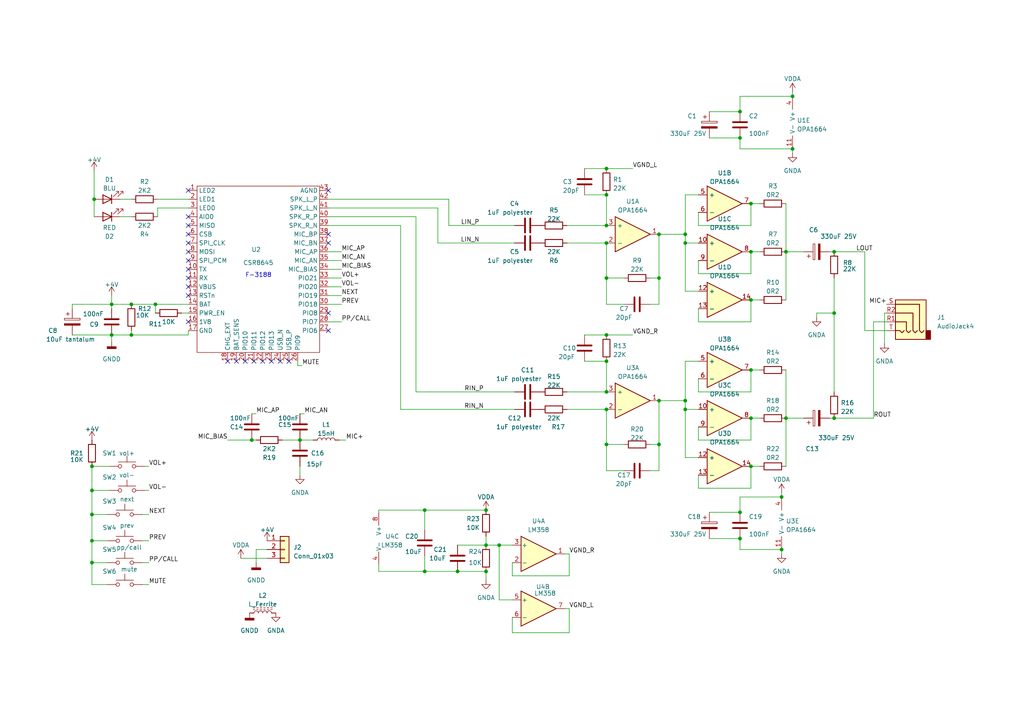
<source format=kicad_sch>
(kicad_sch (version 20220126) (generator eeschema)
  (paper "A4")
  (lib_symbols
    (symbol "00_hari:CSR8645"
      (property "Reference" "U" (at 0 0 0))
      (property "Value" "CSR8645" (at 0 2.54 0))
      (symbol "CSR8645_0_1"
        (rectangle (start -19.05 27.94) (end 16.51 -20.32))
      )
      (symbol "CSR8645_1_1"
        (pin input line (at -21.59 26.67 0) (length 2.54) (name "LED2") (number "1"))
        (pin input line (at -21.59 3.81 0) (length 2.54) (name "TX") (number "10"))
        (pin input line (at -21.59 1.27 0) (length 2.54) (name "RX") (number "11"))
        (pin input line (at -21.59 -1.27 0) (length 2.54) (name "VBUS") (number "12"))
        (pin input line (at -21.59 -3.81 0) (length 2.54) (name "RSTn") (number "13"))
        (pin input line (at -21.59 -6.35 0) (length 2.54) (name "BAT") (number "14"))
        (pin input line (at -21.59 -8.89 0) (length 2.54) (name "PWR_EN") (number "15"))
        (pin input line (at -21.59 -11.43 0) (length 2.54) (name "1V8") (number "16"))
        (pin input line (at -21.59 -13.97 0) (length 2.54) (name "GND") (number "17"))
        (pin input line (at -10.16 -22.86 90) (length 2.54) (name "CHG_EXT") (number "18"))
        (pin input line (at -7.62 -22.86 90) (length 2.54) (name "BAT_SENS") (number "19"))
        (pin input line (at -21.59 24.13 0) (length 2.54) (name "LED1") (number "2"))
        (pin input line (at -5.08 -22.86 90) (length 2.54) (name "PIO10") (number "20"))
        (pin input line (at -2.54 -22.86 90) (length 2.54) (name "PIO11") (number "21"))
        (pin input line (at 0 -22.86 90) (length 2.54) (name "PIO12") (number "22"))
        (pin input line (at 2.54 -22.86 90) (length 2.54) (name "PIO13") (number "23"))
        (pin input line (at 5.08 -22.86 90) (length 2.54) (name "USB_N") (number "24"))
        (pin input line (at 7.62 -22.86 90) (length 2.54) (name "USB_P") (number "25"))
        (pin input line (at 10.16 -22.86 90) (length 2.54) (name "PIO9") (number "26"))
        (pin input line (at 19.05 -13.97 180) (length 2.54) (name "PIO6") (number "27"))
        (pin input line (at 19.05 -11.43 180) (length 2.54) (name "PIO7") (number "28"))
        (pin input line (at 19.05 -8.89 180) (length 2.54) (name "PIO8") (number "29"))
        (pin input line (at -21.59 21.59 0) (length 2.54) (name "LED0") (number "3"))
        (pin input line (at 19.05 -6.35 180) (length 2.54) (name "PIO18") (number "30"))
        (pin input line (at 19.05 -3.81 180) (length 2.54) (name "PIO19") (number "31"))
        (pin input line (at 19.05 -1.27 180) (length 2.54) (name "PIO20") (number "32"))
        (pin input line (at 19.05 1.27 180) (length 2.54) (name "PIO21") (number "33"))
        (pin input line (at 19.05 3.81 180) (length 2.54) (name "MIC_BIAS") (number "34"))
        (pin input line (at 19.05 6.35 180) (length 2.54) (name "MIC_AN") (number "35"))
        (pin input line (at 19.05 8.89 180) (length 2.54) (name "MIC_AP") (number "36"))
        (pin input line (at 19.05 11.43 180) (length 2.54) (name "MIC_BN") (number "37"))
        (pin input line (at 19.05 13.97 180) (length 2.54) (name "MIC_BP") (number "38"))
        (pin input line (at 19.05 16.51 180) (length 2.54) (name "SPK_R_N") (number "39"))
        (pin input line (at -21.59 19.05 0) (length 2.54) (name "AIO0") (number "4"))
        (pin input line (at 19.05 19.05 180) (length 2.54) (name "SPK_R_P") (number "40"))
        (pin input line (at 19.05 21.59 180) (length 2.54) (name "SPK_L_N") (number "41"))
        (pin input line (at 19.05 24.13 180) (length 2.54) (name "SPK_L_P") (number "42"))
        (pin input line (at 19.05 26.67 180) (length 2.54) (name "AGND") (number "43"))
        (pin input line (at -21.59 16.51 0) (length 2.54) (name "MISO") (number "5"))
        (pin input line (at -21.59 13.97 0) (length 2.54) (name "CSB") (number "6"))
        (pin input line (at -21.59 11.43 0) (length 2.54) (name "SPI_CLK") (number "7"))
        (pin input line (at -21.59 8.89 0) (length 2.54) (name "MOSI") (number "8"))
        (pin input line (at -21.59 6.35 0) (length 2.54) (name "SPI_PCM") (number "9"))
      )
    )
    (symbol "00_hari:Conn_01x03" (pin_names (offset 1.016) hide)
      (property "Reference" "J" (at 0 5.08 0))
      (property "Value" "Conn_01x03" (at 0 -5.08 0))
      (symbol "Conn_01x03_1_1"
        (rectangle (start -1.27 -2.413) (end 0 -2.667) (stroke (width 0.1524)))
        (rectangle (start -1.27 0.127) (end 0 -0.127) (stroke (width 0.1524)))
        (rectangle (start -1.27 2.667) (end 0 2.413) (stroke (width 0.1524)))
        (rectangle (start -1.27 3.81) (end 1.27 -3.81) (stroke (width 0.254)) (fill (type background)))
        (pin passive line (at -5.08 2.54 0) (length 3.81) (name "Pin_1") (number "1"))
        (pin passive line (at -5.08 0 0) (length 3.81) (name "Pin_2") (number "2"))
        (pin passive line (at -5.08 -2.54 0) (length 3.81) (name "Pin_3") (number "3"))
      )
    )
    (symbol "00_hari:LED" (pin_numbers hide) (pin_names (offset 1.016) hide)
      (property "Reference" "D" (at 0 2.54 0))
      (property "Value" "LED" (at 0 -2.54 0))
      (symbol "LED_0_1"
        (polyline (pts (xy -1.27 -1.27) (xy -1.27 1.27)) (stroke (width 0.254)))
        (polyline (pts (xy -1.27 0) (xy 1.27 0)))
        (polyline (pts (xy 1.27 -1.27) (xy 1.27 1.27) (xy -1.27 0) (xy 1.27 -1.27)) (stroke (width 0.254)))
        (polyline (pts (xy -3.048 -0.762) (xy -4.572 -2.286) (xy -3.81 -2.286) (xy -4.572 -2.286) (xy -4.572 -1.524)))
        (polyline (pts (xy -1.778 -0.762) (xy -3.302 -2.286) (xy -2.54 -2.286) (xy -3.302 -2.286) (xy -3.302 -1.524)))
      )
      (symbol "LED_1_1"
        (pin passive line (at -3.81 0 0) (length 2.54) (name "K") (number "1"))
        (pin passive line (at 3.81 0 180) (length 2.54) (name "A") (number "2"))
      )
    )
    (symbol "Amplifier_Operational:LM358" (pin_names (offset 0.127))
      (property "Reference" "U" (at 0 5.08 0))
      (property "Value" "LM358" (at 0 -5.08 0))
      (symbol "LM358_1_1"
        (polyline (pts (xy -5.08 5.08) (xy 5.08 0) (xy -5.08 -5.08) (xy -5.08 5.08)) (stroke (width 0.254)) (fill (type background)))
        (pin output line (at 7.62 0 180) (length 2.54) (name "~") (number "1"))
        (pin input line (at -7.62 -2.54 0) (length 2.54) (name "-") (number "2"))
        (pin input line (at -7.62 2.54 0) (length 2.54) (name "+") (number "3"))
      )
      (symbol "LM358_2_1"
        (polyline (pts (xy -5.08 5.08) (xy 5.08 0) (xy -5.08 -5.08) (xy -5.08 5.08)) (stroke (width 0.254)) (fill (type background)))
        (pin input line (at -7.62 2.54 0) (length 2.54) (name "+") (number "5"))
        (pin input line (at -7.62 -2.54 0) (length 2.54) (name "-") (number "6"))
        (pin output line (at 7.62 0 180) (length 2.54) (name "~") (number "7"))
      )
      (symbol "LM358_3_1"
        (pin power_in line (at -2.54 -7.62 90) (length 3.81) (name "V-") (number "4"))
        (pin power_in line (at -2.54 7.62 270) (length 3.81) (name "V+") (number "8"))
      )
    )
    (symbol "Connector:AudioJack4"
      (property "Reference" "J" (at 0 8.89 0))
      (property "Value" "AudioJack4" (at 0 6.35 0))
      (symbol "AudioJack4_0_1"
        (rectangle (start -6.35 -5.08) (end -7.62 -7.62) (stroke (width 0.254)) (fill (type outline)))
        (polyline (pts (xy 0 -5.08) (xy 0.635 -5.715) (xy 1.27 -5.08) (xy 2.54 -5.08)) (stroke (width 0.254)))
        (polyline (pts (xy -5.715 -5.08) (xy -5.08 -5.715) (xy -4.445 -5.08) (xy -4.445 2.54) (xy 2.54 2.54)) (stroke (width 0.254)))
        (polyline (pts (xy -1.905 -5.08) (xy -1.27 -5.715) (xy -0.635 -5.08) (xy -0.635 -2.54) (xy 2.54 -2.54)) (stroke (width 0.254)))
        (polyline (pts (xy 2.54 0) (xy -2.54 0) (xy -2.54 -5.08) (xy -3.175 -5.715) (xy -3.81 -5.08)) (stroke (width 0.254)))
        (rectangle (start 2.54 3.81) (end -6.35 -7.62) (stroke (width 0.254)) (fill (type background)))
      )
      (symbol "AudioJack4_1_1"
        (pin passive line (at 5.08 -2.54 180) (length 2.54) (name "~") (number "R1"))
        (pin passive line (at 5.08 0 180) (length 2.54) (name "~") (number "R2"))
        (pin passive line (at 5.08 2.54 180) (length 2.54) (name "~") (number "S"))
        (pin passive line (at 5.08 -5.08 180) (length 2.54) (name "~") (number "T"))
      )
    )
    (symbol "Device:C" (pin_numbers hide) (pin_names (offset 0.254))
      (property "Reference" "C" (at 0.635 2.54 0))
      (property "Value" "C" (at 0.635 -2.54 0))
      (symbol "C_0_1"
        (polyline (pts (xy -2.032 -0.762) (xy 2.032 -0.762)) (stroke (width 0.508)))
        (polyline (pts (xy -2.032 0.762) (xy 2.032 0.762)) (stroke (width 0.508)))
      )
      (symbol "C_1_1"
        (pin passive line (at 0 3.81 270) (length 2.794) (name "~") (number "1"))
        (pin passive line (at 0 -3.81 90) (length 2.794) (name "~") (number "2"))
      )
    )
    (symbol "Device:C_Polarized" (pin_numbers hide) (pin_names (offset 0.254))
      (property "Reference" "C" (at 0.635 2.54 0))
      (property "Value" "C_Polarized" (at 0.635 -2.54 0))
      (symbol "C_Polarized_0_1"
        (rectangle (start -2.286 0.508) (end 2.286 1.016))
        (polyline (pts (xy -1.778 2.286) (xy -0.762 2.286)))
        (polyline (pts (xy -1.27 2.794) (xy -1.27 1.778)))
        (rectangle (start 2.286 -0.508) (end -2.286 -1.016) (fill (type outline)))
      )
      (symbol "C_Polarized_1_1"
        (pin passive line (at 0 3.81 270) (length 2.794) (name "~") (number "1"))
        (pin passive line (at 0 -3.81 90) (length 2.794) (name "~") (number "2"))
      )
    )
    (symbol "Device:L" (pin_numbers hide) (pin_names (offset 1.016) hide)
      (property "Reference" "L" (at -1.27 0 90))
      (property "Value" "L" (at 1.905 0 90))
      (symbol "L_0_1"
        (arc (start 0 -2.54) (mid 0.6323 -1.905) (end 0 -1.27))
        (arc (start 0 -1.27) (mid 0.6323 -0.635) (end 0 0))
        (arc (start 0 0) (mid 0.6323 0.635) (end 0 1.27))
        (arc (start 0 1.27) (mid 0.6323 1.905) (end 0 2.54))
      )
      (symbol "L_1_1"
        (pin passive line (at 0 3.81 270) (length 1.27) (name "1") (number "1"))
        (pin passive line (at 0 -3.81 90) (length 1.27) (name "2") (number "2"))
      )
    )
    (symbol "Device:L_Ferrite" (pin_numbers hide) (pin_names (offset 1.016) hide)
      (property "Reference" "L" (at -1.27 0 90))
      (property "Value" "L_Ferrite" (at 2.794 0 90))
      (symbol "L_Ferrite_0_1"
        (arc (start 0 -2.54) (mid 0.6323 -1.905) (end 0 -1.27))
        (arc (start 0 -1.27) (mid 0.6323 -0.635) (end 0 0))
        (polyline (pts (xy 1.016 -2.794) (xy 1.016 -2.286)))
        (polyline (pts (xy 1.016 -1.778) (xy 1.016 -1.27)))
        (polyline (pts (xy 1.016 -0.762) (xy 1.016 -0.254)))
        (polyline (pts (xy 1.016 0.254) (xy 1.016 0.762)))
        (polyline (pts (xy 1.016 1.27) (xy 1.016 1.778)))
        (polyline (pts (xy 1.016 2.286) (xy 1.016 2.794)))
        (polyline (pts (xy 1.524 -2.286) (xy 1.524 -2.794)))
        (polyline (pts (xy 1.524 -1.27) (xy 1.524 -1.778)))
        (polyline (pts (xy 1.524 -0.254) (xy 1.524 -0.762)))
        (polyline (pts (xy 1.524 0.762) (xy 1.524 0.254)))
        (polyline (pts (xy 1.524 1.778) (xy 1.524 1.27)))
        (polyline (pts (xy 1.524 2.794) (xy 1.524 2.286)))
        (arc (start 0 0) (mid 0.6323 0.635) (end 0 1.27))
        (arc (start 0 1.27) (mid 0.6323 1.905) (end 0 2.54))
      )
      (symbol "L_Ferrite_1_1"
        (pin passive line (at 0 3.81 270) (length 1.27) (name "1") (number "1"))
        (pin passive line (at 0 -3.81 90) (length 1.27) (name "2") (number "2"))
      )
    )
    (symbol "Device:Opamp_Quad"
      (property "Reference" "U" (at 0 5.08 0))
      (property "Value" "Opamp_Quad" (at 0 -5.08 0))
      (symbol "Opamp_Quad_1_1"
        (polyline (pts (xy -5.08 5.08) (xy 5.08 0) (xy -5.08 -5.08) (xy -5.08 5.08)) (stroke (width 0.254)) (fill (type background)))
        (pin output line (at 7.62 0 180) (length 2.54) (name "~") (number "1"))
        (pin input line (at -7.62 -2.54 0) (length 2.54) (name "-") (number "2"))
        (pin input line (at -7.62 2.54 0) (length 2.54) (name "+") (number "3"))
      )
      (symbol "Opamp_Quad_2_1"
        (polyline (pts (xy -5.08 5.08) (xy 5.08 0) (xy -5.08 -5.08) (xy -5.08 5.08)) (stroke (width 0.254)) (fill (type background)))
        (pin input line (at -7.62 2.54 0) (length 2.54) (name "+") (number "5"))
        (pin input line (at -7.62 -2.54 0) (length 2.54) (name "-") (number "6"))
        (pin output line (at 7.62 0 180) (length 2.54) (name "~") (number "7"))
      )
      (symbol "Opamp_Quad_3_1"
        (polyline (pts (xy -5.08 5.08) (xy 5.08 0) (xy -5.08 -5.08) (xy -5.08 5.08)) (stroke (width 0.254)) (fill (type background)))
        (pin input line (at -7.62 2.54 0) (length 2.54) (name "+") (number "10"))
        (pin output line (at 7.62 0 180) (length 2.54) (name "~") (number "8"))
        (pin input line (at -7.62 -2.54 0) (length 2.54) (name "-") (number "9"))
      )
      (symbol "Opamp_Quad_4_1"
        (polyline (pts (xy -5.08 5.08) (xy 5.08 0) (xy -5.08 -5.08) (xy -5.08 5.08)) (stroke (width 0.254)) (fill (type background)))
        (pin input line (at -7.62 2.54 0) (length 2.54) (name "+") (number "12"))
        (pin input line (at -7.62 -2.54 0) (length 2.54) (name "-") (number "13"))
        (pin output line (at 7.62 0 180) (length 2.54) (name "~") (number "14"))
      )
      (symbol "Opamp_Quad_5_1"
        (pin power_in line (at -2.54 -7.62 90) (length 3.81) (name "V-") (number "11"))
        (pin power_in line (at -2.54 7.62 270) (length 3.81) (name "V+") (number "4"))
      )
    )
    (symbol "Device:R" (pin_numbers hide) (pin_names (offset 0))
      (property "Reference" "R" (at 2.032 0 90))
      (property "Value" "R" (at 0 0 90))
      (symbol "R_0_1"
        (rectangle (start -1.016 -2.54) (end 1.016 2.54) (stroke (width 0.254)))
      )
      (symbol "R_1_1"
        (pin passive line (at 0 3.81 270) (length 1.27) (name "~") (number "1"))
        (pin passive line (at 0 -3.81 90) (length 1.27) (name "~") (number "2"))
      )
    )
    (symbol "Switch:SW_Push" (pin_numbers hide) (pin_names (offset 1.016) hide)
      (property "Reference" "SW" (at 1.27 2.54 0))
      (property "Value" "SW_Push" (at 0 -1.524 0))
      (symbol "SW_Push_0_1"
        (circle (center -2.032 0) (radius 0.508))
        (polyline (pts (xy 0 1.27) (xy 0 3.048)))
        (polyline (pts (xy 2.54 1.27) (xy -2.54 1.27)))
        (circle (center 2.032 0) (radius 0.508))
        (pin passive line (at -5.08 0 0) (length 2.54) (name "1") (number "1"))
        (pin passive line (at 5.08 0 180) (length 2.54) (name "2") (number "2"))
      )
    )
    (symbol "power:+4V" (power) (pin_names (offset 0))
      (property "Value" "+4V" (at 0 3.556 0))
      (symbol "+4V_0_1"
        (polyline (pts (xy -0.762 1.27) (xy 0 2.54)))
        (polyline (pts (xy 0 0) (xy 0 2.54)))
        (polyline (pts (xy 0 2.54) (xy 0.762 1.27)))
      )
      (symbol "+4V_1_1"
        (pin power_in line (at 0 0 90) (length 0) hide (name "+4V") (number "1"))
      )
    )
    (symbol "power:GNDA" (power) (pin_names (offset 0))
      (property "Value" "GNDA" (at 0 -3.81 0))
      (symbol "GNDA_0_1"
        (polyline (pts (xy 0 0) (xy 0 -1.27) (xy 1.27 -1.27) (xy 0 -2.54) (xy -1.27 -1.27) (xy 0 -1.27)))
      )
      (symbol "GNDA_1_1"
        (pin power_in line (at 0 0 270) (length 0) hide (name "GNDA") (number "1"))
      )
    )
    (symbol "power:GNDD" (power) (pin_names (offset 0))
      (property "Value" "GNDD" (at 0 -3.175 0))
      (symbol "GNDD_0_1"
        (rectangle (start -1.27 -1.524) (end 1.27 -2.032) (stroke (width 0.254)) (fill (type outline)))
        (polyline (pts (xy 0 0) (xy 0 -1.524)))
      )
      (symbol "GNDD_1_1"
        (pin power_in line (at 0 0 270) (length 0) hide (name "GNDD") (number "1"))
      )
    )
    (symbol "power:VDDA" (power) (pin_names (offset 0))
      (property "Value" "VDDA" (at 0 3.81 0))
      (symbol "VDDA_0_1"
        (polyline (pts (xy -0.762 1.27) (xy 0 2.54)))
        (polyline (pts (xy 0 0) (xy 0 2.54)))
        (polyline (pts (xy 0 2.54) (xy 0.762 1.27)))
      )
      (symbol "VDDA_1_1"
        (pin power_in line (at 0 0 90) (length 0) hide (name "VDDA") (number "1"))
      )
    )
  )
  (junction (at 140.97 147.955))
  (junction (at 26.67 163.195))
  (junction (at 175.895 70.485))
  (junction (at 198.755 118.745))
  (junction (at 217.805 121.285))
  (junction (at 227.965 121.285))
  (junction (at 217.805 73.025))
  (junction (at 191.135 116.205))
  (junction (at 175.895 48.895))
  (junction (at 86.995 127.635))
  (junction (at 123.19 147.955))
  (junction (at 32.385 88.265))
  (junction (at 241.935 90.805))
  (junction (at 227.965 73.025))
  (junction (at 191.135 67.945))
  (junction (at 26.67 135.255))
  (junction (at 27.305 57.785))
  (junction (at 73.025 127.635))
  (junction (at 217.805 59.055))
  (junction (at 175.895 113.665))
  (junction (at 175.895 118.745))
  (junction (at 38.1 97.155))
  (junction (at 175.895 80.645))
  (junction (at 198.755 67.945))
  (junction (at 175.895 128.905))
  (junction (at 26.67 156.845))
  (junction (at 241.935 73.025))
  (junction (at 226.695 159.385))
  (junction (at 32.385 97.155))
  (junction (at 123.19 165.735))
  (junction (at 217.805 135.255))
  (junction (at 175.895 97.155))
  (junction (at 214.63 40.005))
  (junction (at 198.755 70.485))
  (junction (at 140.97 158.115))
  (junction (at 26.67 142.24))
  (junction (at 214.63 148.59))
  (junction (at 175.895 65.405))
  (junction (at 144.78 158.115))
  (junction (at 175.895 56.515))
  (junction (at 217.805 86.995))
  (junction (at 229.87 27.94))
  (junction (at 214.63 156.21))
  (junction (at 214.63 32.385))
  (junction (at 191.135 80.645))
  (junction (at 198.755 116.205))
  (junction (at 229.87 43.18))
  (junction (at 45.085 88.265))
  (junction (at 132.715 165.735))
  (junction (at 217.805 107.315))
  (junction (at 26.67 149.225))
  (junction (at 226.695 144.145))
  (junction (at 38.1 88.265))
  (junction (at 140.97 165.735))
  (junction (at 191.135 128.905))
  (junction (at 241.935 121.285))
  (junction (at 175.895 104.775))
  (no_connect (at 54.61 93.345))
  (no_connect (at 54.61 55.245))
  (no_connect (at 95.25 55.245))
  (no_connect (at 54.61 65.405))
  (no_connect (at 54.61 67.945))
  (no_connect (at 54.61 70.485))
  (no_connect (at 54.61 73.025))
  (no_connect (at 54.61 75.565))
  (no_connect (at 54.61 78.105))
  (no_connect (at 54.61 80.645))
  (no_connect (at 54.61 83.185))
  (no_connect (at 54.61 85.725))
  (no_connect (at 54.61 62.865))
  (no_connect (at 66.04 104.775))
  (no_connect (at 68.58 104.775))
  (no_connect (at 95.25 67.945))
  (no_connect (at 95.25 70.485))
  (no_connect (at 95.25 95.885))
  (no_connect (at 95.25 90.805))
  (no_connect (at 71.12 104.775))
  (no_connect (at 73.66 104.775))
  (no_connect (at 83.82 104.775))
  (no_connect (at 78.74 104.775))
  (no_connect (at 81.28 104.775))
  (no_connect (at 76.2 104.775))
  (wire (pts (xy 127 70.485) (xy 149.225 70.485)))
  (wire (pts (xy 227.965 73.025) (xy 227.965 86.995)))
  (wire (pts (xy 45.72 60.325) (xy 54.61 60.325)))
  (wire (pts (xy 180.975 136.525) (xy 175.895 136.525)))
  (wire (pts (xy 148.59 179.07) (xy 148.59 183.515)))
  (wire (pts (xy 198.755 118.745) (xy 202.565 118.745)))
  (wire (pts (xy 148.59 183.515) (xy 165.1 183.515)))
  (wire (pts (xy 198.755 104.775) (xy 202.565 104.775)))
  (wire (pts (xy 52.705 90.805) (xy 54.61 90.805)))
  (wire (pts (xy 26.67 149.225) (xy 31.115 149.225)))
  (wire (pts (xy 191.135 116.205) (xy 198.755 116.205)))
  (wire (pts (xy 198.755 70.485) (xy 202.565 70.485)))
  (wire (pts (xy 191.135 136.525) (xy 191.135 128.905)))
  (wire (pts (xy 132.715 158.115) (xy 140.97 158.115)))
  (wire (pts (xy 180.975 88.265) (xy 175.895 88.265)))
  (wire (pts (xy 148.59 167.005) (xy 165.1 167.005)))
  (wire (pts (xy 256.54 90.805) (xy 257.175 90.805)))
  (wire (pts (xy 188.595 80.645) (xy 191.135 80.645)))
  (wire (pts (xy 120.65 113.665) (xy 149.225 113.665)))
  (wire (pts (xy 148.59 163.195) (xy 148.59 167.005)))
  (wire (pts (xy 202.565 61.595) (xy 202.565 65.405)))
  (wire (pts (xy 32.385 88.265) (xy 38.1 88.265)))
  (wire (pts (xy 26.67 135.255) (xy 31.75 135.255)))
  (wire (pts (xy 202.565 84.455) (xy 198.755 84.455)))
  (wire (pts (xy 132.715 165.735) (xy 140.97 165.735)))
  (wire (pts (xy 202.565 79.375) (xy 217.805 79.375)))
  (wire (pts (xy 250.825 73.025) (xy 250.825 95.885)))
  (wire (pts (xy 169.545 56.515) (xy 175.895 56.515)))
  (wire (pts (xy 66.04 127.635) (xy 73.025 127.635)))
  (wire (pts (xy 217.805 86.995) (xy 220.345 86.995)))
  (wire (pts (xy 202.565 132.715) (xy 198.755 132.715)))
  (wire (pts (xy 241.935 121.285) (xy 253.365 121.285)))
  (wire (pts (xy 240.665 121.285) (xy 241.935 121.285)))
  (wire (pts (xy 175.895 104.775) (xy 175.895 113.665)))
  (wire (pts (xy 144.78 158.115) (xy 148.59 158.115)))
  (wire (pts (xy 217.805 73.025) (xy 220.345 73.025)))
  (wire (pts (xy 99.06 78.105) (xy 95.25 78.105)))
  (wire (pts (xy 32.385 97.155) (xy 32.385 99.06)))
  (wire (pts (xy 229.87 27.94) (xy 214.63 27.94)))
  (wire (pts (xy 229.87 26.67) (xy 229.87 27.94)))
  (wire (pts (xy 202.565 75.565) (xy 202.565 79.375)))
  (wire (pts (xy 123.19 165.735) (xy 109.855 165.735)))
  (wire (pts (xy 148.59 173.99) (xy 144.78 173.99)))
  (wire (pts (xy 241.935 90.805) (xy 241.935 113.665)))
  (wire (pts (xy 127 60.325) (xy 127 70.485)))
  (wire (pts (xy 99.06 85.725) (xy 95.25 85.725)))
  (wire (pts (xy 165.1 160.655) (xy 165.1 167.005)))
  (wire (pts (xy 169.545 104.775) (xy 175.895 104.775)))
  (wire (pts (xy 95.25 57.785) (xy 130.175 57.785)))
  (wire (pts (xy 217.805 93.345) (xy 217.805 86.995)))
  (wire (pts (xy 99.06 93.345) (xy 95.25 93.345)))
  (wire (pts (xy 38.1 62.865) (xy 34.925 62.865)))
  (wire (pts (xy 32.385 97.155) (xy 38.1 97.155)))
  (wire (pts (xy 198.755 132.715) (xy 198.755 118.745)))
  (wire (pts (xy 43.18 169.545) (xy 41.275 169.545)))
  (wire (pts (xy 198.755 116.205) (xy 198.755 104.775)))
  (wire (pts (xy 88.265 120.015) (xy 86.995 120.015)))
  (wire (pts (xy 217.805 135.255) (xy 220.345 135.255)))
  (wire (pts (xy 26.67 142.24) (xy 26.67 135.255)))
  (wire (pts (xy 90.805 127.635) (xy 86.995 127.635)))
  (wire (pts (xy 32.385 88.265) (xy 32.385 89.535)))
  (wire (pts (xy 175.895 48.895) (xy 183.515 48.895)))
  (wire (pts (xy 26.67 142.24) (xy 31.75 142.24)))
  (wire (pts (xy 202.565 113.665) (xy 217.805 113.665)))
  (wire (pts (xy 43.18 135.255) (xy 41.91 135.255)))
  (wire (pts (xy 217.805 113.665) (xy 217.805 107.315)))
  (wire (pts (xy 226.695 142.875) (xy 226.695 144.145)))
  (wire (pts (xy 99.06 80.645) (xy 95.25 80.645)))
  (wire (pts (xy 120.65 113.665) (xy 120.65 62.865)))
  (wire (pts (xy 241.935 90.805) (xy 236.855 90.805)))
  (wire (pts (xy 27.305 49.53) (xy 27.305 57.785)))
  (wire (pts (xy 214.63 148.59) (xy 214.63 144.145)))
  (wire (pts (xy 175.895 136.525) (xy 175.895 128.905)))
  (wire (pts (xy 202.565 109.855) (xy 202.565 113.665)))
  (wire (pts (xy 217.805 127.635) (xy 217.805 121.285)))
  (wire (pts (xy 32.385 85.725) (xy 32.385 88.265)))
  (wire (pts (xy 38.1 57.785) (xy 34.925 57.785)))
  (wire (pts (xy 81.915 127.635) (xy 86.995 127.635)))
  (wire (pts (xy 175.895 97.155) (xy 183.515 97.155)))
  (wire (pts (xy 26.67 163.195) (xy 26.67 156.845)))
  (wire (pts (xy 191.135 128.905) (xy 191.135 116.205)))
  (wire (pts (xy 45.085 88.265) (xy 45.085 90.805)))
  (wire (pts (xy 20.955 88.265) (xy 32.385 88.265)))
  (wire (pts (xy 169.545 97.155) (xy 175.895 97.155)))
  (wire (pts (xy 164.465 118.745) (xy 175.895 118.745)))
  (wire (pts (xy 217.805 79.375) (xy 217.805 73.025)))
  (wire (pts (xy 165.1 160.655) (xy 163.83 160.655)))
  (wire (pts (xy 175.895 118.745) (xy 175.895 128.905)))
  (wire (pts (xy 191.135 80.645) (xy 191.135 67.945)))
  (wire (pts (xy 86.36 106.045) (xy 86.36 104.775)))
  (wire (pts (xy 31.115 169.545) (xy 26.67 169.545)))
  (wire (pts (xy 240.665 73.025) (xy 241.935 73.025)))
  (wire (pts (xy 43.18 156.845) (xy 41.275 156.845)))
  (wire (pts (xy 144.78 173.99) (xy 144.78 158.115)))
  (wire (pts (xy 169.545 48.895) (xy 175.895 48.895)))
  (wire (pts (xy 38.1 97.155) (xy 38.1 95.885)))
  (wire (pts (xy 140.97 165.735) (xy 140.97 168.275)))
  (wire (pts (xy 26.67 149.225) (xy 26.67 142.24)))
  (wire (pts (xy 123.19 147.955) (xy 109.855 147.955)))
  (wire (pts (xy 227.965 107.315) (xy 227.965 121.285)))
  (wire (pts (xy 214.63 156.21) (xy 214.63 159.385)))
  (wire (pts (xy 20.955 97.155) (xy 32.385 97.155)))
  (wire (pts (xy 180.975 128.905) (xy 175.895 128.905)))
  (wire (pts (xy 99.06 88.265) (xy 95.25 88.265)))
  (wire (pts (xy 227.965 73.025) (xy 233.045 73.025)))
  (wire (pts (xy 140.97 155.575) (xy 140.97 158.115)))
  (wire (pts (xy 227.965 59.055) (xy 227.965 73.025)))
  (wire (pts (xy 198.755 56.515) (xy 202.565 56.515)))
  (wire (pts (xy 227.965 121.285) (xy 233.045 121.285)))
  (wire (pts (xy 116.205 65.405) (xy 116.205 118.745)))
  (wire (pts (xy 99.06 73.025) (xy 95.25 73.025)))
  (wire (pts (xy 165.1 176.53) (xy 165.1 183.515)))
  (wire (pts (xy 31.115 163.195) (xy 26.67 163.195)))
  (wire (pts (xy 74.295 159.385) (xy 77.47 159.385)))
  (wire (pts (xy 140.97 147.955) (xy 123.19 147.955)))
  (wire (pts (xy 241.935 80.645) (xy 241.935 90.805)))
  (wire (pts (xy 217.805 141.605) (xy 217.805 135.255)))
  (wire (pts (xy 175.895 88.265) (xy 175.895 80.645)))
  (wire (pts (xy 217.805 59.055) (xy 220.345 59.055)))
  (wire (pts (xy 164.465 65.405) (xy 175.895 65.405)))
  (wire (pts (xy 198.755 116.205) (xy 198.755 118.745)))
  (wire (pts (xy 205.74 156.21) (xy 214.63 156.21)))
  (wire (pts (xy 95.25 60.325) (xy 127 60.325)))
  (wire (pts (xy 198.755 67.945) (xy 198.755 70.485)))
  (wire (pts (xy 99.06 75.565) (xy 95.25 75.565)))
  (wire (pts (xy 191.135 67.945) (xy 198.755 67.945)))
  (wire (pts (xy 164.465 70.485) (xy 175.895 70.485)))
  (wire (pts (xy 188.595 128.905) (xy 191.135 128.905)))
  (wire (pts (xy 205.74 148.59) (xy 214.63 148.59)))
  (wire (pts (xy 26.67 149.225) (xy 26.67 156.845)))
  (wire (pts (xy 217.805 65.405) (xy 217.805 59.055)))
  (wire (pts (xy 227.965 121.285) (xy 227.965 135.255)))
  (wire (pts (xy 188.595 136.525) (xy 191.135 136.525)))
  (wire (pts (xy 214.63 27.94) (xy 214.63 32.385)))
  (wire (pts (xy 43.18 163.195) (xy 41.275 163.195)))
  (wire (pts (xy 73.025 127.635) (xy 74.295 127.635)))
  (wire (pts (xy 175.895 56.515) (xy 175.895 65.405)))
  (wire (pts (xy 116.205 118.745) (xy 149.225 118.745)))
  (wire (pts (xy 214.63 43.18) (xy 214.63 40.005)))
  (wire (pts (xy 202.565 65.405) (xy 217.805 65.405)))
  (wire (pts (xy 20.955 89.535) (xy 20.955 88.265)))
  (wire (pts (xy 241.935 73.025) (xy 250.825 73.025)))
  (wire (pts (xy 202.565 127.635) (xy 217.805 127.635)))
  (wire (pts (xy 198.755 84.455) (xy 198.755 70.485)))
  (wire (pts (xy 191.135 88.265) (xy 191.135 80.645)))
  (wire (pts (xy 99.06 83.185) (xy 95.25 83.185)))
  (wire (pts (xy 123.19 147.955) (xy 123.19 153.67)))
  (wire (pts (xy 74.295 163.195) (xy 74.295 159.385)))
  (wire (pts (xy 253.365 93.345) (xy 257.175 93.345)))
  (wire (pts (xy 202.565 89.535) (xy 202.565 93.345)))
  (wire (pts (xy 253.365 121.285) (xy 253.365 93.345)))
  (wire (pts (xy 132.715 165.735) (xy 123.19 165.735)))
  (wire (pts (xy 43.18 142.24) (xy 41.91 142.24)))
  (wire (pts (xy 45.72 62.865) (xy 45.72 60.325)))
  (wire (pts (xy 164.465 113.665) (xy 175.895 113.665)))
  (wire (pts (xy 202.565 93.345) (xy 217.805 93.345)))
  (wire (pts (xy 26.67 156.845) (xy 31.115 156.845)))
  (wire (pts (xy 256.54 99.695) (xy 256.54 90.805)))
  (wire (pts (xy 54.61 97.155) (xy 38.1 97.155)))
  (wire (pts (xy 109.855 147.955) (xy 109.855 148.59)))
  (wire (pts (xy 130.175 65.405) (xy 149.225 65.405)))
  (wire (pts (xy 175.895 70.485) (xy 175.895 80.645)))
  (wire (pts (xy 217.805 121.285) (xy 220.345 121.285)))
  (wire (pts (xy 229.87 43.18) (xy 214.63 43.18)))
  (wire (pts (xy 87.63 106.045) (xy 86.36 106.045)))
  (wire (pts (xy 229.87 44.45) (xy 229.87 43.18)))
  (wire (pts (xy 130.175 57.785) (xy 130.175 65.405)))
  (wire (pts (xy 214.63 144.145) (xy 226.695 144.145)))
  (wire (pts (xy 69.85 161.925) (xy 77.47 161.925)))
  (wire (pts (xy 250.825 95.885) (xy 257.175 95.885)))
  (wire (pts (xy 217.805 107.315) (xy 220.345 107.315)))
  (wire (pts (xy 45.72 57.785) (xy 54.61 57.785)))
  (wire (pts (xy 95.25 65.405) (xy 116.205 65.405)))
  (wire (pts (xy 180.975 80.645) (xy 175.895 80.645)))
  (wire (pts (xy 74.295 120.015) (xy 73.025 120.015)))
  (wire (pts (xy 214.63 159.385) (xy 226.695 159.385)))
  (wire (pts (xy 38.1 88.265) (xy 45.085 88.265)))
  (wire (pts (xy 100.33 127.635) (xy 98.425 127.635)))
  (wire (pts (xy 140.97 158.115) (xy 144.78 158.115)))
  (wire (pts (xy 205.74 40.005) (xy 214.63 40.005)))
  (wire (pts (xy 226.695 160.655) (xy 226.695 159.385)))
  (wire (pts (xy 43.18 149.225) (xy 41.275 149.225)))
  (wire (pts (xy 202.565 137.795) (xy 202.565 141.605)))
  (wire (pts (xy 188.595 88.265) (xy 191.135 88.265)))
  (wire (pts (xy 26.67 169.545) (xy 26.67 163.195)))
  (wire (pts (xy 236.855 90.805) (xy 236.855 92.075)))
  (wire (pts (xy 54.61 95.885) (xy 54.61 97.155)))
  (wire (pts (xy 45.085 88.265) (xy 54.61 88.265)))
  (wire (pts (xy 202.565 141.605) (xy 217.805 141.605)))
  (wire (pts (xy 165.1 176.53) (xy 163.83 176.53)))
  (wire (pts (xy 86.995 135.255) (xy 86.995 137.795)))
  (wire (pts (xy 120.65 62.865) (xy 95.25 62.865)))
  (wire (pts (xy 198.755 67.945) (xy 198.755 56.515)))
  (wire (pts (xy 202.565 123.825) (xy 202.565 127.635)))
  (wire (pts (xy 27.305 62.865) (xy 27.305 57.785)))
  (wire (pts (xy 205.74 32.385) (xy 214.63 32.385)))
  (wire (pts (xy 109.855 165.735) (xy 109.855 163.83)))
  (wire (pts (xy 123.19 165.735) (xy 123.19 161.29)))
  (text "F-3188" (at 71.12 80.645 0) (effects (font (size 1.27 1.27)) (justify left bottom)))
  (label "RIN_N" (at 140.335 118.745 0))
  (label "MUTE" (at 87.63 106.045 0))
  (label "MIC_AN" (at 99.06 75.565 0))
  (label "NEXT" (at 43.18 149.225 0))
  (label "VOL+" (at 43.18 135.255 0))
  (label "LOUT" (at 248.285 73.025 0))
  (label "PP{slash}CALL" (at 43.18 163.195 0))
  (label "VOL-" (at 99.06 83.185 0))
  (label "PREV" (at 99.06 88.265 0))
  (label "MIC_AN" (at 88.265 120.015 0))
  (label "VGND_R" (at 165.1 160.655 0))
  (label "VOL+" (at 99.06 80.645 0))
  (label "MIC_BIAS" (at 66.04 127.635 0))
  (label "VGND_L" (at 183.515 48.895 0))
  (label "NEXT" (at 99.06 85.725 0))
  (label "PREV" (at 43.18 156.845 0))
  (label "VGND_L" (at 165.1 176.53 0))
  (label "MUTE" (at 43.18 169.545 0))
  (label "VOL-" (at 43.18 142.24 0))
  (label "ROUT" (at 253.365 121.285 0))
  (label "MIC_AP" (at 99.06 73.025 0))
  (label "LIN_N" (at 139.065 70.485 0))
  (label "RIN_P" (at 140.335 113.665 0))
  (label "PP{slash}CALL" (at 99.06 93.345 0))
  (label "VGND_R" (at 183.515 97.155 0))
  (label "MIC+" (at 100.33 127.635 0))
  (label "MIC+" (at 257.175 88.265 0))
  (label "MIC_AP" (at 74.295 120.015 0))
  (label "MIC_BIAS" (at 99.06 78.105 0))
  (label "LIN_P" (at 139.065 65.405 0))
  (symbol (lib_id "Device:Opamp_Quad") (at 210.185 107.315 0) (unit 2)
    (property "Reference" "U3" (at 210.185 98.425 0))
    (property "Value" "OPA1664" (at 210.185 100.965 0))
    (property "Footprint" "00_hari:SOIC-14_3.9x8.7mm_P1.27mm" (effects hide))
  )
  (symbol (lib_id "Device:R") (at 224.155 135.255 90) (unit 1)
    (property "Reference" "R22" (at 224.155 130.175 90))
    (property "Value" "0R2" (at 224.155 132.715 90))
    (property "Footprint" "00_hari:R_2512_6332Metric_Pad1.40x3.35mm_HandSolder" (effects hide))
  )
  (symbol (lib_id "Device:R") (at 175.895 52.705 0) (unit 1)
    (property "Reference" "R1" (at 177.8 52.07 0) (effects (justify left)))
    (property "Value" "22K" (at 177.8 54.61 0) (effects (justify left)))
    (property "Footprint" "00_hari:R_0603_1608Metric_Pad0.98x0.95mm_HandSolder" (effects hide))
  )
  (symbol (lib_id "Device:R") (at 160.655 118.745 90) (unit 1)
    (property "Reference" "R17" (at 161.925 123.825 90))
    (property "Value" "22K" (at 160.655 121.285 90))
    (property "Footprint" "00_hari:R_0603_1608Metric_Pad0.98x0.95mm_HandSolder" (effects hide))
  )
  (symbol (lib_id "Device:C") (at 153.035 113.665 90) (unit 1)
    (property "Reference" "C11" (at 153.035 107.315 90))
    (property "Value" "1uF polyester" (at 150.495 109.855 90))
    (property "Footprint" "00_hari:C_Rect_L7.0mm_W6.0mm_P5.00mm" (effects hide))
  )
  (symbol (lib_id "Device:R") (at 41.91 62.865 90) (unit 1)
    (property "Reference" "R4" (at 41.91 67.945 90))
    (property "Value" "2K2" (at 41.91 65.405 90))
    (property "Footprint" "00_hari:R_0603_1608Metric_Pad0.98x0.95mm_HandSolder" (effects hide))
  )
  (symbol (lib_id "Device:C") (at 73.025 123.825 0) (unit 1)
    (property "Reference" "C14" (at 66.675 123.825 0) (effects (justify left)))
    (property "Value" "100nF" (at 66.675 121.285 0) (effects (justify left)))
    (property "Footprint" "00_hari:C_0603_1608Metric_Pad1.08x0.95mm_HandSolder" (effects hide))
  )
  (symbol (lib_id "Device:C") (at 169.545 52.705 0) (unit 1)
    (property "Reference" "C3" (at 163.195 52.705 0) (effects (justify left)))
    (property "Value" "20pF" (at 163.195 55.245 0) (effects (justify left)))
    (property "Footprint" "00_hari:C_0603_1608Metric_Pad1.08x0.95mm_HandSolder" (effects hide))
  )
  (symbol (lib_id "Device:Opamp_Quad") (at 210.185 121.285 0) (unit 3)
    (property "Reference" "U3" (at 210.185 111.76 0))
    (property "Value" "OPA1664" (at 210.185 114.3 0))
    (property "Footprint" "00_hari:SOIC-14_3.9x8.7mm_P1.27mm" (effects hide))
  )
  (symbol (lib_id "power:+4V") (at 77.47 156.845 0) (unit 1)
    (property "Reference" "#PWR014" (effects hide))
    (property "Value" "+4V" (at 77.47 153.67 0))
  )
  (symbol (lib_id "Connector:AudioJack4") (at 262.255 90.805 0) (mirror y) (unit 1)
    (property "Reference" "J1" (at 271.78 92.075 0) (effects (justify right)))
    (property "Value" "AudioJack4" (at 271.78 94.615 0) (effects (justify right)))
    (property "Footprint" "00_hari:Jack_3.5mm_PJ320D_Horizontal" (effects hide))
  )
  (symbol (lib_id "power:VDDA") (at 69.85 161.925 0) (unit 1)
    (property "Reference" "#PWR013" (effects hide))
    (property "Value" "VDDA" (at 69.85 158.115 0))
  )
  (symbol (lib_id "Device:C") (at 214.63 152.4 0) (unit 1)
    (property "Reference" "C19" (at 217.17 149.86 0) (effects (justify left)))
    (property "Value" "100nF" (at 217.17 154.94 0) (effects (justify left)))
    (property "Footprint" "00_hari:C_0603_1608Metric_Pad1.08x0.95mm_HandSolder" (effects hide))
  )
  (symbol (lib_id "Device:R") (at 224.155 86.995 90) (unit 1)
    (property "Reference" "R10" (at 224.155 81.915 90))
    (property "Value" "0R2" (at 224.155 84.455 90))
    (property "Footprint" "00_hari:R_2512_6332Metric_Pad1.40x3.35mm_HandSolder" (effects hide))
  )
  (symbol (lib_id "Device:R") (at 184.785 80.645 90) (unit 1)
    (property "Reference" "R9" (at 184.785 75.565 90))
    (property "Value" "22K" (at 184.785 78.105 90))
    (property "Footprint" "00_hari:R_0603_1608Metric_Pad0.98x0.95mm_HandSolder" (effects hide))
  )
  (symbol (lib_id "Device:L") (at 94.615 127.635 90) (unit 1)
    (property "Reference" "L1" (at 94.615 123.19 90))
    (property "Value" "15nH" (at 94.615 125.73 90))
    (property "Footprint" "00_hari:L_0805_2012Metric_Pad1.15x1.40mm_HandSolder" (effects hide))
  )
  (symbol (lib_id "Device:C") (at 153.035 118.745 90) (unit 1)
    (property "Reference" "C12" (at 149.225 121.285 90))
    (property "Value" "1uF polyester" (at 150.495 123.825 90))
    (property "Footprint" "00_hari:C_Rect_L7.0mm_W6.0mm_P5.00mm" (effects hide))
  )
  (symbol (lib_id "Device:C_Polarized") (at 205.74 152.4 0) (unit 1)
    (property "Reference" "C18" (at 199.39 149.86 0) (effects (justify left)))
    (property "Value" "330uF 25V" (at 194.31 154.94 0) (effects (justify left)))
    (property "Footprint" "00_hari:CP_Elec_8x10" (effects hide))
  )
  (symbol (lib_id "Device:C") (at 123.19 157.48 0) (unit 1)
    (property "Reference" "C20" (at 117.475 155.575 0) (effects (justify left)))
    (property "Value" "10uF" (at 117.475 160.02 0) (effects (justify left)))
    (property "Footprint" "00_hari:C_0603_1608Metric_Pad1.08x0.95mm_HandSolder" (effects hide))
  )
  (symbol (lib_id "Device:R") (at 224.155 121.285 90) (unit 1)
    (property "Reference" "R18" (at 224.155 116.205 90))
    (property "Value" "0R2" (at 224.155 118.745 90))
    (property "Footprint" "00_hari:R_2512_6332Metric_Pad1.40x3.35mm_HandSolder" (effects hide))
  )
  (symbol (lib_id "Device:R") (at 224.155 73.025 90) (unit 1)
    (property "Reference" "R7" (at 224.155 67.945 90))
    (property "Value" "0R2" (at 224.155 70.485 90))
    (property "Footprint" "00_hari:R_2512_6332Metric_Pad1.40x3.35mm_HandSolder" (effects hide))
  )
  (symbol (lib_id "00_hari:LED") (at 31.115 57.785 180) (unit 1)
    (property "Reference" "D1" (at 31.75 52.07 0))
    (property "Value" "BLU" (at 31.75 54.61 0))
    (property "Footprint" "00_hari:LED_0603_1608Metric_Pad1.05x0.95mm_HandSolder" (effects hide))
  )
  (symbol (lib_id "Switch:SW_Push") (at 36.83 135.255 0) (unit 1)
    (property "Reference" "SW1" (at 31.75 131.445 0))
    (property "Value" "vol+" (at 36.83 131.445 0))
    (property "Footprint" "00_hari:SW_Push_SPST_NO_Alps_SKRK" (effects hide))
  )
  (symbol (lib_id "Device:Opamp_Quad") (at 229.235 151.765 0) (unit 5)
    (property "Reference" "U3" (at 227.965 151.13 0) (effects (justify left)))
    (property "Value" "OPA1664" (at 227.965 153.67 0) (effects (justify left)))
    (property "Footprint" "00_hari:SOIC-14_3.9x8.7mm_P1.27mm" (effects hide))
  )
  (symbol (lib_id "Device:C") (at 132.715 161.925 0) (unit 1)
    (property "Reference" "C21" (at 125.73 159.385 0) (effects (justify left)))
    (property "Value" "10uF" (at 124.46 161.925 0) (effects (justify left)))
    (property "Footprint" "00_hari:C_0603_1608Metric_Pad1.08x0.95mm_HandSolder" (effects hide))
  )
  (symbol (lib_id "Device:R") (at 140.97 151.765 0) (unit 1)
    (property "Reference" "R23" (at 135.255 150.495 0) (effects (justify left)))
    (property "Value" "10K" (at 135.255 153.035 0) (effects (justify left)))
    (property "Footprint" "00_hari:R_0603_1608Metric_Pad0.98x0.95mm_HandSolder" (effects hide))
  )
  (symbol (lib_id "Device:R") (at 160.655 113.665 90) (unit 1)
    (property "Reference" "R15" (at 160.655 109.22 90))
    (property "Value" "22K" (at 160.655 111.76 90))
    (property "Footprint" "00_hari:R_0603_1608Metric_Pad0.98x0.95mm_HandSolder" (effects hide))
  )
  (symbol (lib_id "Device:R") (at 224.155 107.315 90) (unit 1)
    (property "Reference" "R14" (at 224.155 102.235 90))
    (property "Value" "0R2" (at 224.155 104.775 90))
    (property "Footprint" "00_hari:R_2512_6332Metric_Pad1.40x3.35mm_HandSolder" (effects hide))
  )
  (symbol (lib_id "Device:R") (at 224.155 59.055 90) (unit 1)
    (property "Reference" "R3" (at 224.155 53.975 90))
    (property "Value" "0R2" (at 224.155 56.515 90))
    (property "Footprint" "00_hari:R_2512_6332Metric_Pad1.40x3.35mm_HandSolder" (effects hide))
  )
  (symbol (lib_id "Amplifier_Operational:LM358") (at 156.21 176.53 0) (unit 2)
    (property "Reference" "U4" (at 157.48 170.18 0))
    (property "Value" "LM358" (at 158.115 172.085 0))
    (property "Footprint" "00_hari:SOIC-8_3.9x4.9mm_P1.27mm" (effects hide))
    (property "Datasheet" "http://www.ti.com/lit/ds/symlink/lm2904-n.pdf" (effects hide))
  )
  (symbol (lib_id "Amplifier_Operational:LM358") (at 156.21 160.655 0) (unit 1)
    (property "Reference" "U4" (at 156.21 151.13 0))
    (property "Value" "LM358" (at 156.21 153.67 0))
    (property "Footprint" "00_hari:SOIC-8_3.9x4.9mm_P1.27mm" (effects hide))
    (property "Datasheet" "http://www.ti.com/lit/ds/symlink/lm2904-n.pdf" (effects hide))
  )
  (symbol (lib_id "Device:R") (at 241.935 117.475 0) (unit 1)
    (property "Reference" "R16" (at 243.84 116.84 0) (effects (justify left)))
    (property "Value" "22K" (at 243.84 119.38 0) (effects (justify left)))
    (property "Footprint" "00_hari:R_0603_1608Metric_Pad0.98x0.95mm_HandSolder" (effects hide))
  )
  (symbol (lib_id "power:GNDA") (at 256.54 99.695 0) (unit 1)
    (property "Reference" "#PWR07" (effects hide))
    (property "Value" "GNDA" (at 256.54 104.775 0))
  )
  (symbol (lib_id "Device:C_Polarized") (at 236.855 121.285 90) (unit 1)
    (property "Reference" "C13" (at 235.585 130.175 90))
    (property "Value" "330uF 25V" (at 242.57 127 90))
    (property "Footprint" "00_hari:CP_Elec_8x10" (effects hide))
  )
  (symbol (lib_id "Switch:SW_Push") (at 36.195 149.225 0) (unit 1)
    (property "Reference" "SW3" (at 31.75 145.415 0))
    (property "Value" "next" (at 36.83 144.78 0))
    (property "Footprint" "00_hari:SW_Push_SPST_NO_Alps_SKRK" (effects hide))
  )
  (symbol (lib_id "Device:C") (at 86.995 123.825 0) (unit 1)
    (property "Reference" "C15" (at 80.645 123.19 0) (effects (justify left)))
    (property "Value" "100nF" (at 80.645 121.285 0) (effects (justify left)))
    (property "Footprint" "00_hari:C_0603_1608Metric_Pad1.08x0.95mm_HandSolder" (effects hide))
  )
  (symbol (lib_id "00_hari:Conn_01x03") (at 82.55 159.385 0) (unit 1)
    (property "Reference" "J2" (at 85.09 158.75 0) (effects (justify left)))
    (property "Value" "Conn_01x03" (at 85.09 161.29 0) (effects (justify left)))
    (property "Footprint" "00_hari:PinHeader_1x03_P2.54mm_Vertical" (effects hide))
  )
  (symbol (lib_id "Device:C") (at 153.035 70.485 90) (unit 1)
    (property "Reference" "C5" (at 149.225 73.025 90))
    (property "Value" "1uF polyester" (at 147.955 75.565 90))
    (property "Footprint" "00_hari:C_Rect_L7.0mm_W6.0mm_P5.00mm" (effects hide))
  )
  (symbol (lib_id "Device:C_Polarized") (at 236.855 73.025 90) (unit 1)
    (property "Reference" "C6" (at 235.966 66.675 90))
    (property "Value" "330uF 25V" (at 243.205 68.58 90))
    (property "Footprint" "00_hari:CP_Elec_8x10" (effects hide))
  )
  (symbol (lib_id "Switch:SW_Push") (at 36.195 163.195 0) (unit 1)
    (property "Reference" "SW5" (at 31.75 159.385 0))
    (property "Value" "pp/call" (at 37.465 158.75 0))
    (property "Footprint" "00_hari:SW_Push_SPST_NO_Alps_SKRK" (effects hide))
  )
  (symbol (lib_id "power:GNDA") (at 226.695 160.655 0) (unit 1)
    (property "Reference" "#PWR012" (effects hide))
    (property "Value" "GNDA" (at 226.695 165.735 0))
  )
  (symbol (lib_id "power:GNDA") (at 229.87 44.45 0) (unit 1)
    (property "Reference" "#PWR02" (effects hide))
    (property "Value" "GNDA" (at 229.87 49.53 0))
  )
  (symbol (lib_id "power:VDDA") (at 226.695 142.875 0) (unit 1)
    (property "Reference" "#PWR011" (effects hide))
    (property "Value" "VDDA" (at 226.695 139.065 0))
  )
  (symbol (lib_id "Device:R") (at 140.97 161.925 0) (unit 1)
    (property "Reference" "R24" (at 135.89 160.02 0) (effects (justify left)))
    (property "Value" "10K" (at 135.89 163.195 0) (effects (justify left)))
    (property "Footprint" "00_hari:R_0603_1608Metric_Pad0.98x0.95mm_HandSolder" (effects hide))
  )
  (symbol (lib_id "Device:Opamp_Quad") (at 210.185 73.025 0) (unit 3)
    (property "Reference" "U1" (at 210.185 63.5 0))
    (property "Value" "OPA1664" (at 210.185 66.04 0))
    (property "Footprint" "00_hari:SOIC-14_3.9x8.7mm_P1.27mm" (effects hide))
  )
  (symbol (lib_id "Device:Opamp_Quad") (at 183.515 116.205 0) (unit 1)
    (property "Reference" "U3" (at 183.515 106.68 0))
    (property "Value" "OPA1664" (at 183.515 109.22 0))
    (property "Footprint" "00_hari:SOIC-14_3.9x8.7mm_P1.27mm" (effects hide))
  )
  (symbol (lib_id "Switch:SW_Push") (at 36.195 156.845 0) (unit 1)
    (property "Reference" "SW4" (at 31.75 153.035 0))
    (property "Value" "prev" (at 36.83 152.4 0))
    (property "Footprint" "00_hari:SW_Push_SPST_NO_Alps_SKRK" (effects hide))
  )
  (symbol (lib_id "Device:C") (at 184.785 88.265 90) (unit 1)
    (property "Reference" "C7" (at 180.975 89.535 90))
    (property "Value" "20pF" (at 180.975 92.075 90))
    (property "Footprint" "00_hari:C_0603_1608Metric_Pad1.08x0.95mm_HandSolder" (effects hide))
  )
  (symbol (lib_id "Device:Opamp_Quad") (at 232.41 35.56 0) (unit 5)
    (property "Reference" "U1" (at 231.14 34.925 0) (effects (justify left)))
    (property "Value" "OPA1664" (at 231.14 37.465 0) (effects (justify left)))
    (property "Footprint" "00_hari:SOIC-14_3.9x8.7mm_P1.27mm" (effects hide))
  )
  (symbol (lib_id "Device:Opamp_Quad") (at 210.185 59.055 0) (unit 2)
    (property "Reference" "U1" (at 210.185 50.165 0))
    (property "Value" "OPA1664" (at 210.185 52.705 0))
    (property "Footprint" "00_hari:SOIC-14_3.9x8.7mm_P1.27mm" (effects hide))
  )
  (symbol (lib_id "00_hari:CSR8645") (at 76.2 81.915 0) (unit 1)
    (property "Reference" "U2" (at 74.295 72.39 0))
    (property "Value" "CSR8645" (at 74.93 76.2 0))
    (property "Footprint" "00_hari:csr8645_f3188" (effects hide))
  )
  (symbol (lib_id "power:GNDA") (at 86.995 137.795 0) (unit 1)
    (property "Reference" "#PWR09" (effects hide))
    (property "Value" "GNDA" (at 86.995 142.875 0))
  )
  (symbol (lib_id "Device:R") (at 160.655 70.485 90) (unit 1)
    (property "Reference" "R6" (at 160.655 75.565 90))
    (property "Value" "22K" (at 160.655 73.025 90))
    (property "Footprint" "00_hari:R_0603_1608Metric_Pad0.98x0.95mm_HandSolder" (effects hide))
  )
  (symbol (lib_id "00_hari:LED") (at 31.115 62.865 180) (unit 1)
    (property "Reference" "D2" (at 31.75 68.58 0))
    (property "Value" "RED" (at 31.75 66.04 0))
    (property "Footprint" "00_hari:LED_0603_1608Metric_Pad1.05x0.95mm_HandSolder" (effects hide))
  )
  (symbol (lib_id "power:GNDA") (at 80.01 177.8 0) (unit 1)
    (property "Reference" "#PWR018" (effects hide))
    (property "Value" "GNDA" (at 80.01 182.88 0))
  )
  (symbol (lib_id "Device:Opamp_Quad") (at 210.185 135.255 0) (unit 4)
    (property "Reference" "U3" (at 210.185 125.73 0))
    (property "Value" "OPA1664" (at 210.185 128.27 0))
    (property "Footprint" "00_hari:SOIC-14_3.9x8.7mm_P1.27mm" (effects hide))
  )
  (symbol (lib_id "Device:R") (at 241.935 76.835 0) (unit 1)
    (property "Reference" "R8" (at 244.475 76.2 0) (effects (justify left)))
    (property "Value" "22K" (at 244.475 78.74 0) (effects (justify left bottom)))
    (property "Footprint" "00_hari:R_0603_1608Metric_Pad0.98x0.95mm_HandSolder" (effects hide))
  )
  (symbol (lib_id "Device:R") (at 160.655 65.405 90) (unit 1)
    (property "Reference" "R5" (at 160.655 60.96 90))
    (property "Value" "22K" (at 160.655 63.5 90))
    (property "Footprint" "00_hari:R_0603_1608Metric_Pad0.98x0.95mm_HandSolder" (effects hide))
  )
  (symbol (lib_id "Switch:SW_Push") (at 36.83 142.24 0) (unit 1)
    (property "Reference" "SW2" (at 31.75 138.43 0))
    (property "Value" "vol-" (at 36.83 137.795 0))
    (property "Footprint" "00_hari:SW_Push_SPST_NO_Alps_SKRK" (effects hide))
  )
  (symbol (lib_id "Device:L_Ferrite") (at 76.2 177.8 90) (unit 1)
    (property "Reference" "L2" (at 76.2 172.72 90))
    (property "Value" "L_Ferrite" (at 76.2 175.26 90))
    (property "Footprint" "00_hari:C_0603_1608Metric_Pad1.08x0.95mm_HandSolder" (effects hide))
  )
  (symbol (lib_id "Device:C") (at 153.035 65.405 90) (unit 1)
    (property "Reference" "C4" (at 149.225 59.055 90))
    (property "Value" "1uF polyester" (at 147.955 61.595 90))
    (property "Footprint" "00_hari:C_Rect_L7.0mm_W6.0mm_P5.00mm" (effects hide))
  )
  (symbol (lib_id "Device:R") (at 175.895 100.965 0) (unit 1)
    (property "Reference" "R13" (at 177.8 100.33 0) (effects (justify left)))
    (property "Value" "22K" (at 177.8 102.87 0) (effects (justify left)))
    (property "Footprint" "00_hari:R_0603_1608Metric_Pad0.98x0.95mm_HandSolder" (effects hide))
  )
  (symbol (lib_id "Amplifier_Operational:LM358") (at 112.395 156.21 0) (unit 3)
    (property "Reference" "U4" (at 111.76 155.575 0) (effects (justify left)))
    (property "Value" "LM358" (at 110.49 158.115 0) (effects (justify left)))
    (property "Footprint" "00_hari:SOIC-8_3.9x4.9mm_P1.27mm" (effects hide))
    (property "Datasheet" "http://www.ti.com/lit/ds/symlink/lm2904-n.pdf" (effects hide))
  )
  (symbol (lib_id "Device:C") (at 169.545 100.965 0) (unit 1)
    (property "Reference" "C10" (at 163.195 100.965 0) (effects (justify left)))
    (property "Value" "20pF" (at 161.925 103.505 0) (effects (justify left)))
    (property "Footprint" "00_hari:C_0603_1608Metric_Pad1.08x0.95mm_HandSolder" (effects hide))
  )
  (symbol (lib_id "power:+4V") (at 27.305 49.53 0) (unit 1)
    (property "Reference" "#PWR03" (effects hide))
    (property "Value" "+4V" (at 27.305 46.355 0))
  )
  (symbol (lib_id "Device:C") (at 214.63 36.195 0) (unit 1)
    (property "Reference" "C2" (at 217.17 33.655 0) (effects (justify left)))
    (property "Value" "100nF" (at 217.17 38.735 0) (effects (justify left)))
    (property "Footprint" "00_hari:C_0603_1608Metric_Pad1.08x0.95mm_HandSolder" (effects hide))
  )
  (symbol (lib_id "power:GNDD") (at 74.295 163.195 0) (unit 1)
    (property "Reference" "#PWR015" (effects hide))
    (property "Value" "GNDD" (at 74.295 168.275 0))
  )
  (symbol (lib_id "Device:C") (at 184.785 136.525 90) (unit 1)
    (property "Reference" "C17" (at 180.975 137.795 90))
    (property "Value" "20pF" (at 180.975 140.335 90))
    (property "Footprint" "00_hari:C_0603_1608Metric_Pad1.08x0.95mm_HandSolder" (effects hide))
  )
  (symbol (lib_id "power:GNDA") (at 140.97 168.275 0) (unit 1)
    (property "Reference" "#PWR016" (effects hide))
    (property "Value" "GNDA" (at 140.97 173.355 0))
  )
  (symbol (lib_id "Device:R") (at 41.91 57.785 90) (unit 1)
    (property "Reference" "R2" (at 41.91 52.705 90))
    (property "Value" "2K2" (at 41.91 55.245 90))
    (property "Footprint" "00_hari:R_0603_1608Metric_Pad0.98x0.95mm_HandSolder" (effects hide))
  )
  (symbol (lib_id "Device:R") (at 38.1 92.075 0) (unit 1)
    (property "Reference" "R12" (at 40.005 89.535 0) (effects (justify left)))
    (property "Value" "10K" (at 39.37 91.44 0) (effects (justify left)))
    (property "Footprint" "00_hari:R_0603_1608Metric_Pad0.98x0.95mm_HandSolder" (effects hide))
  )
  (symbol (lib_id "Switch:SW_Push") (at 36.195 169.545 0) (unit 1)
    (property "Reference" "SW6" (at 31.75 165.735 0))
    (property "Value" "mute" (at 37.465 165.1 0))
    (property "Footprint" "00_hari:SW_Push_SPST_NO_Alps_SKRK" (effects hide))
  )
  (symbol (lib_id "Device:R") (at 26.67 131.445 0) (unit 1)
    (property "Reference" "R21" (at 20.32 131.445 0) (effects (justify left)))
    (property "Value" "10K" (at 20.32 133.35 0) (effects (justify left)))
    (property "Footprint" "00_hari:R_0603_1608Metric_Pad0.98x0.95mm_HandSolder" (effects hide))
  )
  (symbol (lib_id "power:+4V") (at 32.385 85.725 0) (unit 1)
    (property "Reference" "#PWR04" (effects hide))
    (property "Value" "+4V" (at 32.385 82.55 0))
  )
  (symbol (lib_id "power:VDDA") (at 229.87 26.67 0) (unit 1)
    (property "Reference" "#PWR01" (effects hide))
    (property "Value" "VDDA" (at 229.87 22.86 0))
  )
  (symbol (lib_id "Device:C_Polarized") (at 205.74 36.195 0) (unit 1)
    (property "Reference" "C1" (at 199.39 33.655 0) (effects (justify left)))
    (property "Value" "330uF 25V" (at 194.31 38.735 0) (effects (justify left)))
    (property "Footprint" "00_hari:CP_Elec_8x10" (effects hide))
  )
  (symbol (lib_id "power:VDDA") (at 140.97 147.955 0) (unit 1)
    (property "Reference" "#PWR010" (effects hide))
    (property "Value" "VDDA" (at 140.97 144.145 0))
  )
  (symbol (lib_id "Device:Opamp_Quad") (at 183.515 67.945 0) (unit 1)
    (property "Reference" "U1" (at 183.515 58.42 0))
    (property "Value" "OPA1664" (at 183.515 60.96 0))
    (property "Footprint" "00_hari:SOIC-14_3.9x8.7mm_P1.27mm" (effects hide))
  )
  (symbol (lib_id "Device:Opamp_Quad") (at 210.185 86.995 0) (unit 4)
    (property "Reference" "U1" (at 210.185 77.47 0))
    (property "Value" "OPA1664" (at 210.185 80.01 0))
    (property "Footprint" "00_hari:SOIC-14_3.9x8.7mm_P1.27mm" (effects hide))
  )
  (symbol (lib_id "power:GNDD") (at 32.385 99.06 0) (unit 1)
    (property "Reference" "#PWR06" (effects hide))
    (property "Value" "GNDD" (at 32.385 104.14 0))
  )
  (symbol (lib_id "Device:C_Polarized") (at 20.955 93.345 0) (unit 1)
    (property "Reference" "C8" (at 13.97 95.885 0) (effects (justify left)))
    (property "Value" "10uF tantalum" (at 13.335 98.425 0) (effects (justify left)))
    (property "Footprint" "00_hari:C_1206_3216Metric_Pad1.33x1.80mm_HandSolder" (effects hide))
  )
  (symbol (lib_id "Device:R") (at 184.785 128.905 90) (unit 1)
    (property "Reference" "R20" (at 184.785 124.46 90))
    (property "Value" "22K" (at 184.785 127 90))
    (property "Footprint" "00_hari:R_0603_1608Metric_Pad0.98x0.95mm_HandSolder" (effects hide))
  )
  (symbol (lib_id "Device:C") (at 32.385 93.345 180) (unit 1)
    (property "Reference" "C9" (at 27.305 94.107 0))
    (property "Value" "100nF" (at 27.051 91.059 0))
    (property "Footprint" "00_hari:C_0603_1608Metric_Pad1.08x0.95mm_HandSolder" (effects hide))
  )
  (symbol (lib_id "power:GNDD") (at 72.39 177.8 0) (unit 1)
    (property "Reference" "#PWR017" (effects hide))
    (property "Value" "GNDD" (at 72.39 182.88 0))
  )
  (symbol (lib_id "power:+4V") (at 26.67 127.635 0) (unit 1)
    (property "Reference" "#PWR08" (effects hide))
    (property "Value" "+4V" (at 26.67 124.46 0))
  )
  (symbol (lib_id "Device:R") (at 78.105 127.635 90) (unit 1)
    (property "Reference" "R19" (at 78.105 132.715 90))
    (property "Value" "2K2" (at 78.105 130.175 90))
    (property "Footprint" "00_hari:R_0603_1608Metric_Pad0.98x0.95mm_HandSolder" (effects hide))
  )
  (symbol (lib_id "power:GNDA") (at 236.855 92.075 0) (unit 1)
    (property "Reference" "#PWR05" (effects hide))
    (property "Value" "GNDA" (at 236.855 97.155 0))
  )
  (symbol (lib_id "Device:C") (at 86.995 131.445 0) (unit 1)
    (property "Reference" "C16" (at 90.17 131.445 0) (effects (justify left)))
    (property "Value" "15pF" (at 88.9 134.62 0) (effects (justify left)))
    (property "Footprint" "00_hari:C_0603_1608Metric_Pad1.08x0.95mm_HandSolder" (effects hide))
  )
  (symbol (lib_id "Device:R") (at 48.895 90.805 90) (unit 1)
    (property "Reference" "R11" (at 45.085 93.98 90))
    (property "Value" "10K" (at 48.895 93.345 90))
    (property "Footprint" "00_hari:R_0603_1608Metric_Pad0.98x0.95mm_HandSolder" (effects hide))
  )
)
</source>
